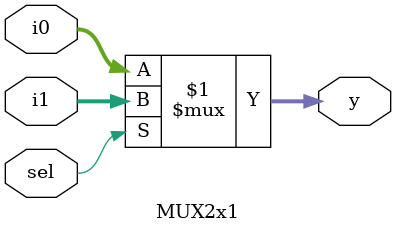
<source format=v>
`timescale 1ns / 1ps

module MUX2x1(
    input sel,
    input [31:0] i1,i0,
    output [31:0] y
    );
    
    assign y = sel?i1:i0;
    
endmodule

</source>
